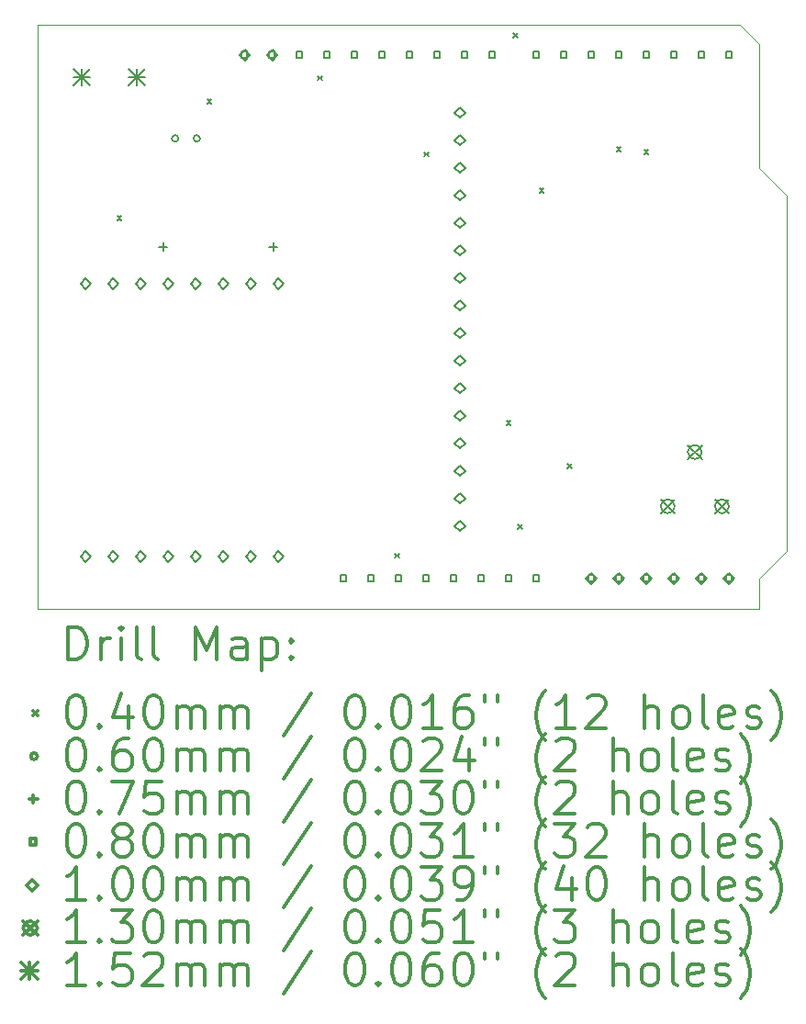
<source format=gbr>
%FSLAX45Y45*%
G04 Gerber Fmt 4.5, Leading zero omitted, Abs format (unit mm)*
G04 Created by KiCad (PCBNEW (5.1.7)-1) date 2021-01-26 00:26:25*
%MOMM*%
%LPD*%
G01*
G04 APERTURE LIST*
%TA.AperFunction,Profile*%
%ADD10C,0.050000*%
%TD*%
%ADD11C,0.200000*%
%ADD12C,0.300000*%
G04 APERTURE END LIST*
D10*
X11264900Y-11722100D02*
X11264900Y-6337300D01*
X17919700Y-11722100D02*
X11264900Y-11722100D01*
X17919700Y-11442700D02*
X17919700Y-11722100D01*
X18173700Y-11188700D02*
X17919700Y-11442700D01*
X18173700Y-7912100D02*
X18173700Y-11188700D01*
X17919700Y-7658100D02*
X18173700Y-7912100D01*
X17919700Y-6515100D02*
X17919700Y-7658100D01*
X17741900Y-6337300D02*
X17919700Y-6515100D01*
X11264900Y-6337300D02*
X17741900Y-6337300D01*
D11*
X11999280Y-8100380D02*
X12039280Y-8140380D01*
X12039280Y-8100380D02*
X11999280Y-8140380D01*
X12829860Y-7025960D02*
X12869860Y-7065960D01*
X12869860Y-7025960D02*
X12829860Y-7065960D01*
X13850940Y-6810060D02*
X13890940Y-6850060D01*
X13890940Y-6810060D02*
X13850940Y-6850060D01*
X14562140Y-11211880D02*
X14602140Y-11251880D01*
X14602140Y-11211880D02*
X14562140Y-11251880D01*
X14831380Y-7513640D02*
X14871380Y-7553640D01*
X14871380Y-7513640D02*
X14831380Y-7553640D01*
X15588300Y-9990140D02*
X15628300Y-10030140D01*
X15628300Y-9990140D02*
X15588300Y-10030140D01*
X15651800Y-6418900D02*
X15691800Y-6458900D01*
X15691800Y-6418900D02*
X15651800Y-6458900D01*
X15694980Y-10945180D02*
X15734980Y-10985180D01*
X15734980Y-10945180D02*
X15694980Y-10985180D01*
X15893100Y-7848920D02*
X15933100Y-7888920D01*
X15933100Y-7848920D02*
X15893100Y-7888920D01*
X16150500Y-10384700D02*
X16190500Y-10424700D01*
X16190500Y-10384700D02*
X16150500Y-10424700D01*
X16604300Y-7467920D02*
X16644300Y-7507920D01*
X16644300Y-7467920D02*
X16604300Y-7507920D01*
X16858300Y-7490780D02*
X16898300Y-7530780D01*
X16898300Y-7490780D02*
X16858300Y-7530780D01*
X12563020Y-7386320D02*
G75*
G03*
X12563020Y-7386320I-30000J0D01*
G01*
X12763020Y-7386320D02*
G75*
G03*
X12763020Y-7386320I-30000J0D01*
G01*
X12423140Y-8347040D02*
X12423140Y-8422040D01*
X12385640Y-8384540D02*
X12460640Y-8384540D01*
X13439140Y-8347040D02*
X13439140Y-8422040D01*
X13401640Y-8384540D02*
X13476640Y-8384540D01*
X13198584Y-6644984D02*
X13198584Y-6588415D01*
X13142015Y-6588415D01*
X13142015Y-6644984D01*
X13198584Y-6644984D01*
X13452584Y-6644984D02*
X13452584Y-6588415D01*
X13396015Y-6588415D01*
X13396015Y-6644984D01*
X13452584Y-6644984D01*
X13706584Y-6644984D02*
X13706584Y-6588415D01*
X13650015Y-6588415D01*
X13650015Y-6644984D01*
X13706584Y-6644984D01*
X13960584Y-6644984D02*
X13960584Y-6588415D01*
X13904015Y-6588415D01*
X13904015Y-6644984D01*
X13960584Y-6644984D01*
X14112584Y-11470984D02*
X14112584Y-11414415D01*
X14056015Y-11414415D01*
X14056015Y-11470984D01*
X14112584Y-11470984D01*
X14214584Y-6644984D02*
X14214584Y-6588415D01*
X14158015Y-6588415D01*
X14158015Y-6644984D01*
X14214584Y-6644984D01*
X14366584Y-11470984D02*
X14366584Y-11414415D01*
X14310015Y-11414415D01*
X14310015Y-11470984D01*
X14366584Y-11470984D01*
X14468584Y-6644984D02*
X14468584Y-6588415D01*
X14412015Y-6588415D01*
X14412015Y-6644984D01*
X14468584Y-6644984D01*
X14620584Y-11470984D02*
X14620584Y-11414415D01*
X14564015Y-11414415D01*
X14564015Y-11470984D01*
X14620584Y-11470984D01*
X14722584Y-6644984D02*
X14722584Y-6588415D01*
X14666015Y-6588415D01*
X14666015Y-6644984D01*
X14722584Y-6644984D01*
X14874584Y-11470984D02*
X14874584Y-11414415D01*
X14818015Y-11414415D01*
X14818015Y-11470984D01*
X14874584Y-11470984D01*
X14976584Y-6644984D02*
X14976584Y-6588415D01*
X14920015Y-6588415D01*
X14920015Y-6644984D01*
X14976584Y-6644984D01*
X15128584Y-11470984D02*
X15128584Y-11414415D01*
X15072015Y-11414415D01*
X15072015Y-11470984D01*
X15128584Y-11470984D01*
X15230584Y-6644984D02*
X15230584Y-6588415D01*
X15174015Y-6588415D01*
X15174015Y-6644984D01*
X15230584Y-6644984D01*
X15382584Y-11470984D02*
X15382584Y-11414415D01*
X15326015Y-11414415D01*
X15326015Y-11470984D01*
X15382584Y-11470984D01*
X15484584Y-6644984D02*
X15484584Y-6588415D01*
X15428015Y-6588415D01*
X15428015Y-6644984D01*
X15484584Y-6644984D01*
X15636584Y-11470984D02*
X15636584Y-11414415D01*
X15580015Y-11414415D01*
X15580015Y-11470984D01*
X15636584Y-11470984D01*
X15890584Y-6644984D02*
X15890584Y-6588415D01*
X15834015Y-6588415D01*
X15834015Y-6644984D01*
X15890584Y-6644984D01*
X15890584Y-11470984D02*
X15890584Y-11414415D01*
X15834015Y-11414415D01*
X15834015Y-11470984D01*
X15890584Y-11470984D01*
X16144584Y-6644984D02*
X16144584Y-6588415D01*
X16088015Y-6588415D01*
X16088015Y-6644984D01*
X16144584Y-6644984D01*
X16398584Y-6644984D02*
X16398584Y-6588415D01*
X16342015Y-6588415D01*
X16342015Y-6644984D01*
X16398584Y-6644984D01*
X16398584Y-11470984D02*
X16398584Y-11414415D01*
X16342015Y-11414415D01*
X16342015Y-11470984D01*
X16398584Y-11470984D01*
X16652584Y-6644984D02*
X16652584Y-6588415D01*
X16596015Y-6588415D01*
X16596015Y-6644984D01*
X16652584Y-6644984D01*
X16652584Y-11470984D02*
X16652584Y-11414415D01*
X16596015Y-11414415D01*
X16596015Y-11470984D01*
X16652584Y-11470984D01*
X16906585Y-6644984D02*
X16906585Y-6588415D01*
X16850016Y-6588415D01*
X16850016Y-6644984D01*
X16906585Y-6644984D01*
X16906585Y-11470984D02*
X16906585Y-11414415D01*
X16850016Y-11414415D01*
X16850016Y-11470984D01*
X16906585Y-11470984D01*
X17160585Y-6644984D02*
X17160585Y-6588415D01*
X17104016Y-6588415D01*
X17104016Y-6644984D01*
X17160585Y-6644984D01*
X17160585Y-11470984D02*
X17160585Y-11414415D01*
X17104016Y-11414415D01*
X17104016Y-11470984D01*
X17160585Y-11470984D01*
X17414585Y-6644984D02*
X17414585Y-6588415D01*
X17358016Y-6588415D01*
X17358016Y-6644984D01*
X17414585Y-6644984D01*
X17414585Y-11470984D02*
X17414585Y-11414415D01*
X17358016Y-11414415D01*
X17358016Y-11470984D01*
X17414585Y-11470984D01*
X17668585Y-6644984D02*
X17668585Y-6588415D01*
X17612016Y-6588415D01*
X17612016Y-6644984D01*
X17668585Y-6644984D01*
X17668585Y-11470984D02*
X17668585Y-11414415D01*
X17612016Y-11414415D01*
X17612016Y-11470984D01*
X17668585Y-11470984D01*
X11709400Y-8774900D02*
X11759400Y-8724900D01*
X11709400Y-8674900D01*
X11659400Y-8724900D01*
X11709400Y-8774900D01*
X11963400Y-8774900D02*
X12013400Y-8724900D01*
X11963400Y-8674900D01*
X11913400Y-8724900D01*
X11963400Y-8774900D01*
X12217400Y-8774900D02*
X12267400Y-8724900D01*
X12217400Y-8674900D01*
X12167400Y-8724900D01*
X12217400Y-8774900D01*
X12471400Y-8774900D02*
X12521400Y-8724900D01*
X12471400Y-8674900D01*
X12421400Y-8724900D01*
X12471400Y-8774900D01*
X12725400Y-8774900D02*
X12775400Y-8724900D01*
X12725400Y-8674900D01*
X12675400Y-8724900D01*
X12725400Y-8774900D01*
X12979400Y-8774900D02*
X13029400Y-8724900D01*
X12979400Y-8674900D01*
X12929400Y-8724900D01*
X12979400Y-8774900D01*
X13233400Y-8774900D02*
X13283400Y-8724900D01*
X13233400Y-8674900D01*
X13183400Y-8724900D01*
X13233400Y-8774900D01*
X13487400Y-8774900D02*
X13537400Y-8724900D01*
X13487400Y-8674900D01*
X13437400Y-8724900D01*
X13487400Y-8774900D01*
X13174980Y-6669240D02*
X13224980Y-6619240D01*
X13174980Y-6569240D01*
X13124980Y-6619240D01*
X13174980Y-6669240D01*
X13428980Y-6669240D02*
X13478980Y-6619240D01*
X13428980Y-6569240D01*
X13378980Y-6619240D01*
X13428980Y-6669240D01*
X16370300Y-11495240D02*
X16420300Y-11445240D01*
X16370300Y-11395240D01*
X16320300Y-11445240D01*
X16370300Y-11495240D01*
X16624300Y-11495240D02*
X16674300Y-11445240D01*
X16624300Y-11395240D01*
X16574300Y-11445240D01*
X16624300Y-11495240D01*
X16878300Y-11495240D02*
X16928300Y-11445240D01*
X16878300Y-11395240D01*
X16828300Y-11445240D01*
X16878300Y-11495240D01*
X17132300Y-11495240D02*
X17182300Y-11445240D01*
X17132300Y-11395240D01*
X17082300Y-11445240D01*
X17132300Y-11495240D01*
X17386300Y-11495240D02*
X17436300Y-11445240D01*
X17386300Y-11395240D01*
X17336300Y-11445240D01*
X17386300Y-11495240D01*
X17640300Y-11495240D02*
X17690300Y-11445240D01*
X17640300Y-11395240D01*
X17590300Y-11445240D01*
X17640300Y-11495240D01*
X11709400Y-11289500D02*
X11759400Y-11239500D01*
X11709400Y-11189500D01*
X11659400Y-11239500D01*
X11709400Y-11289500D01*
X11963400Y-11289500D02*
X12013400Y-11239500D01*
X11963400Y-11189500D01*
X11913400Y-11239500D01*
X11963400Y-11289500D01*
X12217400Y-11289500D02*
X12267400Y-11239500D01*
X12217400Y-11189500D01*
X12167400Y-11239500D01*
X12217400Y-11289500D01*
X12471400Y-11289500D02*
X12521400Y-11239500D01*
X12471400Y-11189500D01*
X12421400Y-11239500D01*
X12471400Y-11289500D01*
X12725400Y-11289500D02*
X12775400Y-11239500D01*
X12725400Y-11189500D01*
X12675400Y-11239500D01*
X12725400Y-11289500D01*
X12979400Y-11289500D02*
X13029400Y-11239500D01*
X12979400Y-11189500D01*
X12929400Y-11239500D01*
X12979400Y-11289500D01*
X13233400Y-11289500D02*
X13283400Y-11239500D01*
X13233400Y-11189500D01*
X13183400Y-11239500D01*
X13233400Y-11289500D01*
X13487400Y-11289500D02*
X13537400Y-11239500D01*
X13487400Y-11189500D01*
X13437400Y-11239500D01*
X13487400Y-11289500D01*
X15158720Y-7197560D02*
X15208720Y-7147560D01*
X15158720Y-7097560D01*
X15108720Y-7147560D01*
X15158720Y-7197560D01*
X15158720Y-7451560D02*
X15208720Y-7401560D01*
X15158720Y-7351560D01*
X15108720Y-7401560D01*
X15158720Y-7451560D01*
X15158720Y-7705560D02*
X15208720Y-7655560D01*
X15158720Y-7605560D01*
X15108720Y-7655560D01*
X15158720Y-7705560D01*
X15158720Y-7959560D02*
X15208720Y-7909560D01*
X15158720Y-7859560D01*
X15108720Y-7909560D01*
X15158720Y-7959560D01*
X15158720Y-8213560D02*
X15208720Y-8163560D01*
X15158720Y-8113560D01*
X15108720Y-8163560D01*
X15158720Y-8213560D01*
X15158720Y-8467560D02*
X15208720Y-8417560D01*
X15158720Y-8367560D01*
X15108720Y-8417560D01*
X15158720Y-8467560D01*
X15158720Y-8721560D02*
X15208720Y-8671560D01*
X15158720Y-8621560D01*
X15108720Y-8671560D01*
X15158720Y-8721560D01*
X15158720Y-8975560D02*
X15208720Y-8925560D01*
X15158720Y-8875560D01*
X15108720Y-8925560D01*
X15158720Y-8975560D01*
X15158720Y-9229560D02*
X15208720Y-9179560D01*
X15158720Y-9129560D01*
X15108720Y-9179560D01*
X15158720Y-9229560D01*
X15158720Y-9483560D02*
X15208720Y-9433560D01*
X15158720Y-9383560D01*
X15108720Y-9433560D01*
X15158720Y-9483560D01*
X15158720Y-9737560D02*
X15208720Y-9687560D01*
X15158720Y-9637560D01*
X15108720Y-9687560D01*
X15158720Y-9737560D01*
X15158720Y-9991560D02*
X15208720Y-9941560D01*
X15158720Y-9891560D01*
X15108720Y-9941560D01*
X15158720Y-9991560D01*
X15158720Y-10245560D02*
X15208720Y-10195560D01*
X15158720Y-10145560D01*
X15108720Y-10195560D01*
X15158720Y-10245560D01*
X15158720Y-10499560D02*
X15208720Y-10449560D01*
X15158720Y-10399560D01*
X15108720Y-10449560D01*
X15158720Y-10499560D01*
X15158720Y-10753560D02*
X15208720Y-10703560D01*
X15158720Y-10653560D01*
X15108720Y-10703560D01*
X15158720Y-10753560D01*
X15158720Y-11007560D02*
X15208720Y-10957560D01*
X15158720Y-10907560D01*
X15108720Y-10957560D01*
X15158720Y-11007560D01*
X17011420Y-10712220D02*
X17141420Y-10842220D01*
X17141420Y-10712220D02*
X17011420Y-10842220D01*
X17141420Y-10777220D02*
G75*
G03*
X17141420Y-10777220I-65000J0D01*
G01*
X17261420Y-10212220D02*
X17391420Y-10342220D01*
X17391420Y-10212220D02*
X17261420Y-10342220D01*
X17391420Y-10277220D02*
G75*
G03*
X17391420Y-10277220I-65000J0D01*
G01*
X17511420Y-10712220D02*
X17641420Y-10842220D01*
X17641420Y-10712220D02*
X17511420Y-10842220D01*
X17641420Y-10777220D02*
G75*
G03*
X17641420Y-10777220I-65000J0D01*
G01*
X11595300Y-6746440D02*
X11747300Y-6898440D01*
X11747300Y-6746440D02*
X11595300Y-6898440D01*
X11671300Y-6746440D02*
X11671300Y-6898440D01*
X11595300Y-6822440D02*
X11747300Y-6822440D01*
X12103300Y-6746440D02*
X12255300Y-6898440D01*
X12255300Y-6746440D02*
X12103300Y-6898440D01*
X12179300Y-6746440D02*
X12179300Y-6898440D01*
X12103300Y-6822440D02*
X12255300Y-6822440D01*
D12*
X11548828Y-12190314D02*
X11548828Y-11890314D01*
X11620257Y-11890314D01*
X11663114Y-11904600D01*
X11691686Y-11933171D01*
X11705971Y-11961743D01*
X11720257Y-12018886D01*
X11720257Y-12061743D01*
X11705971Y-12118886D01*
X11691686Y-12147457D01*
X11663114Y-12176029D01*
X11620257Y-12190314D01*
X11548828Y-12190314D01*
X11848828Y-12190314D02*
X11848828Y-11990314D01*
X11848828Y-12047457D02*
X11863114Y-12018886D01*
X11877400Y-12004600D01*
X11905971Y-11990314D01*
X11934543Y-11990314D01*
X12034543Y-12190314D02*
X12034543Y-11990314D01*
X12034543Y-11890314D02*
X12020257Y-11904600D01*
X12034543Y-11918886D01*
X12048828Y-11904600D01*
X12034543Y-11890314D01*
X12034543Y-11918886D01*
X12220257Y-12190314D02*
X12191686Y-12176029D01*
X12177400Y-12147457D01*
X12177400Y-11890314D01*
X12377400Y-12190314D02*
X12348828Y-12176029D01*
X12334543Y-12147457D01*
X12334543Y-11890314D01*
X12720257Y-12190314D02*
X12720257Y-11890314D01*
X12820257Y-12104600D01*
X12920257Y-11890314D01*
X12920257Y-12190314D01*
X13191686Y-12190314D02*
X13191686Y-12033171D01*
X13177400Y-12004600D01*
X13148828Y-11990314D01*
X13091686Y-11990314D01*
X13063114Y-12004600D01*
X13191686Y-12176029D02*
X13163114Y-12190314D01*
X13091686Y-12190314D01*
X13063114Y-12176029D01*
X13048828Y-12147457D01*
X13048828Y-12118886D01*
X13063114Y-12090314D01*
X13091686Y-12076029D01*
X13163114Y-12076029D01*
X13191686Y-12061743D01*
X13334543Y-11990314D02*
X13334543Y-12290314D01*
X13334543Y-12004600D02*
X13363114Y-11990314D01*
X13420257Y-11990314D01*
X13448828Y-12004600D01*
X13463114Y-12018886D01*
X13477400Y-12047457D01*
X13477400Y-12133171D01*
X13463114Y-12161743D01*
X13448828Y-12176029D01*
X13420257Y-12190314D01*
X13363114Y-12190314D01*
X13334543Y-12176029D01*
X13605971Y-12161743D02*
X13620257Y-12176029D01*
X13605971Y-12190314D01*
X13591686Y-12176029D01*
X13605971Y-12161743D01*
X13605971Y-12190314D01*
X13605971Y-12004600D02*
X13620257Y-12018886D01*
X13605971Y-12033171D01*
X13591686Y-12018886D01*
X13605971Y-12004600D01*
X13605971Y-12033171D01*
X11222400Y-12664600D02*
X11262400Y-12704600D01*
X11262400Y-12664600D02*
X11222400Y-12704600D01*
X11605971Y-12520314D02*
X11634543Y-12520314D01*
X11663114Y-12534600D01*
X11677400Y-12548886D01*
X11691686Y-12577457D01*
X11705971Y-12634600D01*
X11705971Y-12706029D01*
X11691686Y-12763171D01*
X11677400Y-12791743D01*
X11663114Y-12806029D01*
X11634543Y-12820314D01*
X11605971Y-12820314D01*
X11577400Y-12806029D01*
X11563114Y-12791743D01*
X11548828Y-12763171D01*
X11534543Y-12706029D01*
X11534543Y-12634600D01*
X11548828Y-12577457D01*
X11563114Y-12548886D01*
X11577400Y-12534600D01*
X11605971Y-12520314D01*
X11834543Y-12791743D02*
X11848828Y-12806029D01*
X11834543Y-12820314D01*
X11820257Y-12806029D01*
X11834543Y-12791743D01*
X11834543Y-12820314D01*
X12105971Y-12620314D02*
X12105971Y-12820314D01*
X12034543Y-12506029D02*
X11963114Y-12720314D01*
X12148828Y-12720314D01*
X12320257Y-12520314D02*
X12348828Y-12520314D01*
X12377400Y-12534600D01*
X12391686Y-12548886D01*
X12405971Y-12577457D01*
X12420257Y-12634600D01*
X12420257Y-12706029D01*
X12405971Y-12763171D01*
X12391686Y-12791743D01*
X12377400Y-12806029D01*
X12348828Y-12820314D01*
X12320257Y-12820314D01*
X12291686Y-12806029D01*
X12277400Y-12791743D01*
X12263114Y-12763171D01*
X12248828Y-12706029D01*
X12248828Y-12634600D01*
X12263114Y-12577457D01*
X12277400Y-12548886D01*
X12291686Y-12534600D01*
X12320257Y-12520314D01*
X12548828Y-12820314D02*
X12548828Y-12620314D01*
X12548828Y-12648886D02*
X12563114Y-12634600D01*
X12591686Y-12620314D01*
X12634543Y-12620314D01*
X12663114Y-12634600D01*
X12677400Y-12663171D01*
X12677400Y-12820314D01*
X12677400Y-12663171D02*
X12691686Y-12634600D01*
X12720257Y-12620314D01*
X12763114Y-12620314D01*
X12791686Y-12634600D01*
X12805971Y-12663171D01*
X12805971Y-12820314D01*
X12948828Y-12820314D02*
X12948828Y-12620314D01*
X12948828Y-12648886D02*
X12963114Y-12634600D01*
X12991686Y-12620314D01*
X13034543Y-12620314D01*
X13063114Y-12634600D01*
X13077400Y-12663171D01*
X13077400Y-12820314D01*
X13077400Y-12663171D02*
X13091686Y-12634600D01*
X13120257Y-12620314D01*
X13163114Y-12620314D01*
X13191686Y-12634600D01*
X13205971Y-12663171D01*
X13205971Y-12820314D01*
X13791686Y-12506029D02*
X13534543Y-12891743D01*
X14177400Y-12520314D02*
X14205971Y-12520314D01*
X14234543Y-12534600D01*
X14248828Y-12548886D01*
X14263114Y-12577457D01*
X14277400Y-12634600D01*
X14277400Y-12706029D01*
X14263114Y-12763171D01*
X14248828Y-12791743D01*
X14234543Y-12806029D01*
X14205971Y-12820314D01*
X14177400Y-12820314D01*
X14148828Y-12806029D01*
X14134543Y-12791743D01*
X14120257Y-12763171D01*
X14105971Y-12706029D01*
X14105971Y-12634600D01*
X14120257Y-12577457D01*
X14134543Y-12548886D01*
X14148828Y-12534600D01*
X14177400Y-12520314D01*
X14405971Y-12791743D02*
X14420257Y-12806029D01*
X14405971Y-12820314D01*
X14391686Y-12806029D01*
X14405971Y-12791743D01*
X14405971Y-12820314D01*
X14605971Y-12520314D02*
X14634543Y-12520314D01*
X14663114Y-12534600D01*
X14677400Y-12548886D01*
X14691686Y-12577457D01*
X14705971Y-12634600D01*
X14705971Y-12706029D01*
X14691686Y-12763171D01*
X14677400Y-12791743D01*
X14663114Y-12806029D01*
X14634543Y-12820314D01*
X14605971Y-12820314D01*
X14577400Y-12806029D01*
X14563114Y-12791743D01*
X14548828Y-12763171D01*
X14534543Y-12706029D01*
X14534543Y-12634600D01*
X14548828Y-12577457D01*
X14563114Y-12548886D01*
X14577400Y-12534600D01*
X14605971Y-12520314D01*
X14991686Y-12820314D02*
X14820257Y-12820314D01*
X14905971Y-12820314D02*
X14905971Y-12520314D01*
X14877400Y-12563171D01*
X14848828Y-12591743D01*
X14820257Y-12606029D01*
X15248828Y-12520314D02*
X15191686Y-12520314D01*
X15163114Y-12534600D01*
X15148828Y-12548886D01*
X15120257Y-12591743D01*
X15105971Y-12648886D01*
X15105971Y-12763171D01*
X15120257Y-12791743D01*
X15134543Y-12806029D01*
X15163114Y-12820314D01*
X15220257Y-12820314D01*
X15248828Y-12806029D01*
X15263114Y-12791743D01*
X15277400Y-12763171D01*
X15277400Y-12691743D01*
X15263114Y-12663171D01*
X15248828Y-12648886D01*
X15220257Y-12634600D01*
X15163114Y-12634600D01*
X15134543Y-12648886D01*
X15120257Y-12663171D01*
X15105971Y-12691743D01*
X15391686Y-12520314D02*
X15391686Y-12577457D01*
X15505971Y-12520314D02*
X15505971Y-12577457D01*
X15948828Y-12934600D02*
X15934543Y-12920314D01*
X15905971Y-12877457D01*
X15891686Y-12848886D01*
X15877400Y-12806029D01*
X15863114Y-12734600D01*
X15863114Y-12677457D01*
X15877400Y-12606029D01*
X15891686Y-12563171D01*
X15905971Y-12534600D01*
X15934543Y-12491743D01*
X15948828Y-12477457D01*
X16220257Y-12820314D02*
X16048828Y-12820314D01*
X16134543Y-12820314D02*
X16134543Y-12520314D01*
X16105971Y-12563171D01*
X16077400Y-12591743D01*
X16048828Y-12606029D01*
X16334543Y-12548886D02*
X16348828Y-12534600D01*
X16377400Y-12520314D01*
X16448828Y-12520314D01*
X16477400Y-12534600D01*
X16491686Y-12548886D01*
X16505971Y-12577457D01*
X16505971Y-12606029D01*
X16491686Y-12648886D01*
X16320257Y-12820314D01*
X16505971Y-12820314D01*
X16863114Y-12820314D02*
X16863114Y-12520314D01*
X16991686Y-12820314D02*
X16991686Y-12663171D01*
X16977400Y-12634600D01*
X16948828Y-12620314D01*
X16905971Y-12620314D01*
X16877400Y-12634600D01*
X16863114Y-12648886D01*
X17177400Y-12820314D02*
X17148828Y-12806029D01*
X17134543Y-12791743D01*
X17120257Y-12763171D01*
X17120257Y-12677457D01*
X17134543Y-12648886D01*
X17148828Y-12634600D01*
X17177400Y-12620314D01*
X17220257Y-12620314D01*
X17248828Y-12634600D01*
X17263114Y-12648886D01*
X17277400Y-12677457D01*
X17277400Y-12763171D01*
X17263114Y-12791743D01*
X17248828Y-12806029D01*
X17220257Y-12820314D01*
X17177400Y-12820314D01*
X17448828Y-12820314D02*
X17420257Y-12806029D01*
X17405971Y-12777457D01*
X17405971Y-12520314D01*
X17677400Y-12806029D02*
X17648828Y-12820314D01*
X17591686Y-12820314D01*
X17563114Y-12806029D01*
X17548828Y-12777457D01*
X17548828Y-12663171D01*
X17563114Y-12634600D01*
X17591686Y-12620314D01*
X17648828Y-12620314D01*
X17677400Y-12634600D01*
X17691686Y-12663171D01*
X17691686Y-12691743D01*
X17548828Y-12720314D01*
X17805971Y-12806029D02*
X17834543Y-12820314D01*
X17891686Y-12820314D01*
X17920257Y-12806029D01*
X17934543Y-12777457D01*
X17934543Y-12763171D01*
X17920257Y-12734600D01*
X17891686Y-12720314D01*
X17848828Y-12720314D01*
X17820257Y-12706029D01*
X17805971Y-12677457D01*
X17805971Y-12663171D01*
X17820257Y-12634600D01*
X17848828Y-12620314D01*
X17891686Y-12620314D01*
X17920257Y-12634600D01*
X18034543Y-12934600D02*
X18048828Y-12920314D01*
X18077400Y-12877457D01*
X18091686Y-12848886D01*
X18105971Y-12806029D01*
X18120257Y-12734600D01*
X18120257Y-12677457D01*
X18105971Y-12606029D01*
X18091686Y-12563171D01*
X18077400Y-12534600D01*
X18048828Y-12491743D01*
X18034543Y-12477457D01*
X11262400Y-13080600D02*
G75*
G03*
X11262400Y-13080600I-30000J0D01*
G01*
X11605971Y-12916314D02*
X11634543Y-12916314D01*
X11663114Y-12930600D01*
X11677400Y-12944886D01*
X11691686Y-12973457D01*
X11705971Y-13030600D01*
X11705971Y-13102029D01*
X11691686Y-13159171D01*
X11677400Y-13187743D01*
X11663114Y-13202029D01*
X11634543Y-13216314D01*
X11605971Y-13216314D01*
X11577400Y-13202029D01*
X11563114Y-13187743D01*
X11548828Y-13159171D01*
X11534543Y-13102029D01*
X11534543Y-13030600D01*
X11548828Y-12973457D01*
X11563114Y-12944886D01*
X11577400Y-12930600D01*
X11605971Y-12916314D01*
X11834543Y-13187743D02*
X11848828Y-13202029D01*
X11834543Y-13216314D01*
X11820257Y-13202029D01*
X11834543Y-13187743D01*
X11834543Y-13216314D01*
X12105971Y-12916314D02*
X12048828Y-12916314D01*
X12020257Y-12930600D01*
X12005971Y-12944886D01*
X11977400Y-12987743D01*
X11963114Y-13044886D01*
X11963114Y-13159171D01*
X11977400Y-13187743D01*
X11991686Y-13202029D01*
X12020257Y-13216314D01*
X12077400Y-13216314D01*
X12105971Y-13202029D01*
X12120257Y-13187743D01*
X12134543Y-13159171D01*
X12134543Y-13087743D01*
X12120257Y-13059171D01*
X12105971Y-13044886D01*
X12077400Y-13030600D01*
X12020257Y-13030600D01*
X11991686Y-13044886D01*
X11977400Y-13059171D01*
X11963114Y-13087743D01*
X12320257Y-12916314D02*
X12348828Y-12916314D01*
X12377400Y-12930600D01*
X12391686Y-12944886D01*
X12405971Y-12973457D01*
X12420257Y-13030600D01*
X12420257Y-13102029D01*
X12405971Y-13159171D01*
X12391686Y-13187743D01*
X12377400Y-13202029D01*
X12348828Y-13216314D01*
X12320257Y-13216314D01*
X12291686Y-13202029D01*
X12277400Y-13187743D01*
X12263114Y-13159171D01*
X12248828Y-13102029D01*
X12248828Y-13030600D01*
X12263114Y-12973457D01*
X12277400Y-12944886D01*
X12291686Y-12930600D01*
X12320257Y-12916314D01*
X12548828Y-13216314D02*
X12548828Y-13016314D01*
X12548828Y-13044886D02*
X12563114Y-13030600D01*
X12591686Y-13016314D01*
X12634543Y-13016314D01*
X12663114Y-13030600D01*
X12677400Y-13059171D01*
X12677400Y-13216314D01*
X12677400Y-13059171D02*
X12691686Y-13030600D01*
X12720257Y-13016314D01*
X12763114Y-13016314D01*
X12791686Y-13030600D01*
X12805971Y-13059171D01*
X12805971Y-13216314D01*
X12948828Y-13216314D02*
X12948828Y-13016314D01*
X12948828Y-13044886D02*
X12963114Y-13030600D01*
X12991686Y-13016314D01*
X13034543Y-13016314D01*
X13063114Y-13030600D01*
X13077400Y-13059171D01*
X13077400Y-13216314D01*
X13077400Y-13059171D02*
X13091686Y-13030600D01*
X13120257Y-13016314D01*
X13163114Y-13016314D01*
X13191686Y-13030600D01*
X13205971Y-13059171D01*
X13205971Y-13216314D01*
X13791686Y-12902029D02*
X13534543Y-13287743D01*
X14177400Y-12916314D02*
X14205971Y-12916314D01*
X14234543Y-12930600D01*
X14248828Y-12944886D01*
X14263114Y-12973457D01*
X14277400Y-13030600D01*
X14277400Y-13102029D01*
X14263114Y-13159171D01*
X14248828Y-13187743D01*
X14234543Y-13202029D01*
X14205971Y-13216314D01*
X14177400Y-13216314D01*
X14148828Y-13202029D01*
X14134543Y-13187743D01*
X14120257Y-13159171D01*
X14105971Y-13102029D01*
X14105971Y-13030600D01*
X14120257Y-12973457D01*
X14134543Y-12944886D01*
X14148828Y-12930600D01*
X14177400Y-12916314D01*
X14405971Y-13187743D02*
X14420257Y-13202029D01*
X14405971Y-13216314D01*
X14391686Y-13202029D01*
X14405971Y-13187743D01*
X14405971Y-13216314D01*
X14605971Y-12916314D02*
X14634543Y-12916314D01*
X14663114Y-12930600D01*
X14677400Y-12944886D01*
X14691686Y-12973457D01*
X14705971Y-13030600D01*
X14705971Y-13102029D01*
X14691686Y-13159171D01*
X14677400Y-13187743D01*
X14663114Y-13202029D01*
X14634543Y-13216314D01*
X14605971Y-13216314D01*
X14577400Y-13202029D01*
X14563114Y-13187743D01*
X14548828Y-13159171D01*
X14534543Y-13102029D01*
X14534543Y-13030600D01*
X14548828Y-12973457D01*
X14563114Y-12944886D01*
X14577400Y-12930600D01*
X14605971Y-12916314D01*
X14820257Y-12944886D02*
X14834543Y-12930600D01*
X14863114Y-12916314D01*
X14934543Y-12916314D01*
X14963114Y-12930600D01*
X14977400Y-12944886D01*
X14991686Y-12973457D01*
X14991686Y-13002029D01*
X14977400Y-13044886D01*
X14805971Y-13216314D01*
X14991686Y-13216314D01*
X15248828Y-13016314D02*
X15248828Y-13216314D01*
X15177400Y-12902029D02*
X15105971Y-13116314D01*
X15291686Y-13116314D01*
X15391686Y-12916314D02*
X15391686Y-12973457D01*
X15505971Y-12916314D02*
X15505971Y-12973457D01*
X15948828Y-13330600D02*
X15934543Y-13316314D01*
X15905971Y-13273457D01*
X15891686Y-13244886D01*
X15877400Y-13202029D01*
X15863114Y-13130600D01*
X15863114Y-13073457D01*
X15877400Y-13002029D01*
X15891686Y-12959171D01*
X15905971Y-12930600D01*
X15934543Y-12887743D01*
X15948828Y-12873457D01*
X16048828Y-12944886D02*
X16063114Y-12930600D01*
X16091686Y-12916314D01*
X16163114Y-12916314D01*
X16191686Y-12930600D01*
X16205971Y-12944886D01*
X16220257Y-12973457D01*
X16220257Y-13002029D01*
X16205971Y-13044886D01*
X16034543Y-13216314D01*
X16220257Y-13216314D01*
X16577400Y-13216314D02*
X16577400Y-12916314D01*
X16705971Y-13216314D02*
X16705971Y-13059171D01*
X16691686Y-13030600D01*
X16663114Y-13016314D01*
X16620257Y-13016314D01*
X16591686Y-13030600D01*
X16577400Y-13044886D01*
X16891686Y-13216314D02*
X16863114Y-13202029D01*
X16848828Y-13187743D01*
X16834543Y-13159171D01*
X16834543Y-13073457D01*
X16848828Y-13044886D01*
X16863114Y-13030600D01*
X16891686Y-13016314D01*
X16934543Y-13016314D01*
X16963114Y-13030600D01*
X16977400Y-13044886D01*
X16991686Y-13073457D01*
X16991686Y-13159171D01*
X16977400Y-13187743D01*
X16963114Y-13202029D01*
X16934543Y-13216314D01*
X16891686Y-13216314D01*
X17163114Y-13216314D02*
X17134543Y-13202029D01*
X17120257Y-13173457D01*
X17120257Y-12916314D01*
X17391686Y-13202029D02*
X17363114Y-13216314D01*
X17305971Y-13216314D01*
X17277400Y-13202029D01*
X17263114Y-13173457D01*
X17263114Y-13059171D01*
X17277400Y-13030600D01*
X17305971Y-13016314D01*
X17363114Y-13016314D01*
X17391686Y-13030600D01*
X17405971Y-13059171D01*
X17405971Y-13087743D01*
X17263114Y-13116314D01*
X17520257Y-13202029D02*
X17548828Y-13216314D01*
X17605971Y-13216314D01*
X17634543Y-13202029D01*
X17648828Y-13173457D01*
X17648828Y-13159171D01*
X17634543Y-13130600D01*
X17605971Y-13116314D01*
X17563114Y-13116314D01*
X17534543Y-13102029D01*
X17520257Y-13073457D01*
X17520257Y-13059171D01*
X17534543Y-13030600D01*
X17563114Y-13016314D01*
X17605971Y-13016314D01*
X17634543Y-13030600D01*
X17748828Y-13330600D02*
X17763114Y-13316314D01*
X17791686Y-13273457D01*
X17805971Y-13244886D01*
X17820257Y-13202029D01*
X17834543Y-13130600D01*
X17834543Y-13073457D01*
X17820257Y-13002029D01*
X17805971Y-12959171D01*
X17791686Y-12930600D01*
X17763114Y-12887743D01*
X17748828Y-12873457D01*
X11224900Y-13439100D02*
X11224900Y-13514100D01*
X11187400Y-13476600D02*
X11262400Y-13476600D01*
X11605971Y-13312314D02*
X11634543Y-13312314D01*
X11663114Y-13326600D01*
X11677400Y-13340886D01*
X11691686Y-13369457D01*
X11705971Y-13426600D01*
X11705971Y-13498029D01*
X11691686Y-13555171D01*
X11677400Y-13583743D01*
X11663114Y-13598029D01*
X11634543Y-13612314D01*
X11605971Y-13612314D01*
X11577400Y-13598029D01*
X11563114Y-13583743D01*
X11548828Y-13555171D01*
X11534543Y-13498029D01*
X11534543Y-13426600D01*
X11548828Y-13369457D01*
X11563114Y-13340886D01*
X11577400Y-13326600D01*
X11605971Y-13312314D01*
X11834543Y-13583743D02*
X11848828Y-13598029D01*
X11834543Y-13612314D01*
X11820257Y-13598029D01*
X11834543Y-13583743D01*
X11834543Y-13612314D01*
X11948828Y-13312314D02*
X12148828Y-13312314D01*
X12020257Y-13612314D01*
X12405971Y-13312314D02*
X12263114Y-13312314D01*
X12248828Y-13455171D01*
X12263114Y-13440886D01*
X12291686Y-13426600D01*
X12363114Y-13426600D01*
X12391686Y-13440886D01*
X12405971Y-13455171D01*
X12420257Y-13483743D01*
X12420257Y-13555171D01*
X12405971Y-13583743D01*
X12391686Y-13598029D01*
X12363114Y-13612314D01*
X12291686Y-13612314D01*
X12263114Y-13598029D01*
X12248828Y-13583743D01*
X12548828Y-13612314D02*
X12548828Y-13412314D01*
X12548828Y-13440886D02*
X12563114Y-13426600D01*
X12591686Y-13412314D01*
X12634543Y-13412314D01*
X12663114Y-13426600D01*
X12677400Y-13455171D01*
X12677400Y-13612314D01*
X12677400Y-13455171D02*
X12691686Y-13426600D01*
X12720257Y-13412314D01*
X12763114Y-13412314D01*
X12791686Y-13426600D01*
X12805971Y-13455171D01*
X12805971Y-13612314D01*
X12948828Y-13612314D02*
X12948828Y-13412314D01*
X12948828Y-13440886D02*
X12963114Y-13426600D01*
X12991686Y-13412314D01*
X13034543Y-13412314D01*
X13063114Y-13426600D01*
X13077400Y-13455171D01*
X13077400Y-13612314D01*
X13077400Y-13455171D02*
X13091686Y-13426600D01*
X13120257Y-13412314D01*
X13163114Y-13412314D01*
X13191686Y-13426600D01*
X13205971Y-13455171D01*
X13205971Y-13612314D01*
X13791686Y-13298029D02*
X13534543Y-13683743D01*
X14177400Y-13312314D02*
X14205971Y-13312314D01*
X14234543Y-13326600D01*
X14248828Y-13340886D01*
X14263114Y-13369457D01*
X14277400Y-13426600D01*
X14277400Y-13498029D01*
X14263114Y-13555171D01*
X14248828Y-13583743D01*
X14234543Y-13598029D01*
X14205971Y-13612314D01*
X14177400Y-13612314D01*
X14148828Y-13598029D01*
X14134543Y-13583743D01*
X14120257Y-13555171D01*
X14105971Y-13498029D01*
X14105971Y-13426600D01*
X14120257Y-13369457D01*
X14134543Y-13340886D01*
X14148828Y-13326600D01*
X14177400Y-13312314D01*
X14405971Y-13583743D02*
X14420257Y-13598029D01*
X14405971Y-13612314D01*
X14391686Y-13598029D01*
X14405971Y-13583743D01*
X14405971Y-13612314D01*
X14605971Y-13312314D02*
X14634543Y-13312314D01*
X14663114Y-13326600D01*
X14677400Y-13340886D01*
X14691686Y-13369457D01*
X14705971Y-13426600D01*
X14705971Y-13498029D01*
X14691686Y-13555171D01*
X14677400Y-13583743D01*
X14663114Y-13598029D01*
X14634543Y-13612314D01*
X14605971Y-13612314D01*
X14577400Y-13598029D01*
X14563114Y-13583743D01*
X14548828Y-13555171D01*
X14534543Y-13498029D01*
X14534543Y-13426600D01*
X14548828Y-13369457D01*
X14563114Y-13340886D01*
X14577400Y-13326600D01*
X14605971Y-13312314D01*
X14805971Y-13312314D02*
X14991686Y-13312314D01*
X14891686Y-13426600D01*
X14934543Y-13426600D01*
X14963114Y-13440886D01*
X14977400Y-13455171D01*
X14991686Y-13483743D01*
X14991686Y-13555171D01*
X14977400Y-13583743D01*
X14963114Y-13598029D01*
X14934543Y-13612314D01*
X14848828Y-13612314D01*
X14820257Y-13598029D01*
X14805971Y-13583743D01*
X15177400Y-13312314D02*
X15205971Y-13312314D01*
X15234543Y-13326600D01*
X15248828Y-13340886D01*
X15263114Y-13369457D01*
X15277400Y-13426600D01*
X15277400Y-13498029D01*
X15263114Y-13555171D01*
X15248828Y-13583743D01*
X15234543Y-13598029D01*
X15205971Y-13612314D01*
X15177400Y-13612314D01*
X15148828Y-13598029D01*
X15134543Y-13583743D01*
X15120257Y-13555171D01*
X15105971Y-13498029D01*
X15105971Y-13426600D01*
X15120257Y-13369457D01*
X15134543Y-13340886D01*
X15148828Y-13326600D01*
X15177400Y-13312314D01*
X15391686Y-13312314D02*
X15391686Y-13369457D01*
X15505971Y-13312314D02*
X15505971Y-13369457D01*
X15948828Y-13726600D02*
X15934543Y-13712314D01*
X15905971Y-13669457D01*
X15891686Y-13640886D01*
X15877400Y-13598029D01*
X15863114Y-13526600D01*
X15863114Y-13469457D01*
X15877400Y-13398029D01*
X15891686Y-13355171D01*
X15905971Y-13326600D01*
X15934543Y-13283743D01*
X15948828Y-13269457D01*
X16048828Y-13340886D02*
X16063114Y-13326600D01*
X16091686Y-13312314D01*
X16163114Y-13312314D01*
X16191686Y-13326600D01*
X16205971Y-13340886D01*
X16220257Y-13369457D01*
X16220257Y-13398029D01*
X16205971Y-13440886D01*
X16034543Y-13612314D01*
X16220257Y-13612314D01*
X16577400Y-13612314D02*
X16577400Y-13312314D01*
X16705971Y-13612314D02*
X16705971Y-13455171D01*
X16691686Y-13426600D01*
X16663114Y-13412314D01*
X16620257Y-13412314D01*
X16591686Y-13426600D01*
X16577400Y-13440886D01*
X16891686Y-13612314D02*
X16863114Y-13598029D01*
X16848828Y-13583743D01*
X16834543Y-13555171D01*
X16834543Y-13469457D01*
X16848828Y-13440886D01*
X16863114Y-13426600D01*
X16891686Y-13412314D01*
X16934543Y-13412314D01*
X16963114Y-13426600D01*
X16977400Y-13440886D01*
X16991686Y-13469457D01*
X16991686Y-13555171D01*
X16977400Y-13583743D01*
X16963114Y-13598029D01*
X16934543Y-13612314D01*
X16891686Y-13612314D01*
X17163114Y-13612314D02*
X17134543Y-13598029D01*
X17120257Y-13569457D01*
X17120257Y-13312314D01*
X17391686Y-13598029D02*
X17363114Y-13612314D01*
X17305971Y-13612314D01*
X17277400Y-13598029D01*
X17263114Y-13569457D01*
X17263114Y-13455171D01*
X17277400Y-13426600D01*
X17305971Y-13412314D01*
X17363114Y-13412314D01*
X17391686Y-13426600D01*
X17405971Y-13455171D01*
X17405971Y-13483743D01*
X17263114Y-13512314D01*
X17520257Y-13598029D02*
X17548828Y-13612314D01*
X17605971Y-13612314D01*
X17634543Y-13598029D01*
X17648828Y-13569457D01*
X17648828Y-13555171D01*
X17634543Y-13526600D01*
X17605971Y-13512314D01*
X17563114Y-13512314D01*
X17534543Y-13498029D01*
X17520257Y-13469457D01*
X17520257Y-13455171D01*
X17534543Y-13426600D01*
X17563114Y-13412314D01*
X17605971Y-13412314D01*
X17634543Y-13426600D01*
X17748828Y-13726600D02*
X17763114Y-13712314D01*
X17791686Y-13669457D01*
X17805971Y-13640886D01*
X17820257Y-13598029D01*
X17834543Y-13526600D01*
X17834543Y-13469457D01*
X17820257Y-13398029D01*
X17805971Y-13355171D01*
X17791686Y-13326600D01*
X17763114Y-13283743D01*
X17748828Y-13269457D01*
X11250684Y-13900885D02*
X11250684Y-13844316D01*
X11194115Y-13844316D01*
X11194115Y-13900885D01*
X11250684Y-13900885D01*
X11605971Y-13708314D02*
X11634543Y-13708314D01*
X11663114Y-13722600D01*
X11677400Y-13736886D01*
X11691686Y-13765457D01*
X11705971Y-13822600D01*
X11705971Y-13894029D01*
X11691686Y-13951171D01*
X11677400Y-13979743D01*
X11663114Y-13994029D01*
X11634543Y-14008314D01*
X11605971Y-14008314D01*
X11577400Y-13994029D01*
X11563114Y-13979743D01*
X11548828Y-13951171D01*
X11534543Y-13894029D01*
X11534543Y-13822600D01*
X11548828Y-13765457D01*
X11563114Y-13736886D01*
X11577400Y-13722600D01*
X11605971Y-13708314D01*
X11834543Y-13979743D02*
X11848828Y-13994029D01*
X11834543Y-14008314D01*
X11820257Y-13994029D01*
X11834543Y-13979743D01*
X11834543Y-14008314D01*
X12020257Y-13836886D02*
X11991686Y-13822600D01*
X11977400Y-13808314D01*
X11963114Y-13779743D01*
X11963114Y-13765457D01*
X11977400Y-13736886D01*
X11991686Y-13722600D01*
X12020257Y-13708314D01*
X12077400Y-13708314D01*
X12105971Y-13722600D01*
X12120257Y-13736886D01*
X12134543Y-13765457D01*
X12134543Y-13779743D01*
X12120257Y-13808314D01*
X12105971Y-13822600D01*
X12077400Y-13836886D01*
X12020257Y-13836886D01*
X11991686Y-13851171D01*
X11977400Y-13865457D01*
X11963114Y-13894029D01*
X11963114Y-13951171D01*
X11977400Y-13979743D01*
X11991686Y-13994029D01*
X12020257Y-14008314D01*
X12077400Y-14008314D01*
X12105971Y-13994029D01*
X12120257Y-13979743D01*
X12134543Y-13951171D01*
X12134543Y-13894029D01*
X12120257Y-13865457D01*
X12105971Y-13851171D01*
X12077400Y-13836886D01*
X12320257Y-13708314D02*
X12348828Y-13708314D01*
X12377400Y-13722600D01*
X12391686Y-13736886D01*
X12405971Y-13765457D01*
X12420257Y-13822600D01*
X12420257Y-13894029D01*
X12405971Y-13951171D01*
X12391686Y-13979743D01*
X12377400Y-13994029D01*
X12348828Y-14008314D01*
X12320257Y-14008314D01*
X12291686Y-13994029D01*
X12277400Y-13979743D01*
X12263114Y-13951171D01*
X12248828Y-13894029D01*
X12248828Y-13822600D01*
X12263114Y-13765457D01*
X12277400Y-13736886D01*
X12291686Y-13722600D01*
X12320257Y-13708314D01*
X12548828Y-14008314D02*
X12548828Y-13808314D01*
X12548828Y-13836886D02*
X12563114Y-13822600D01*
X12591686Y-13808314D01*
X12634543Y-13808314D01*
X12663114Y-13822600D01*
X12677400Y-13851171D01*
X12677400Y-14008314D01*
X12677400Y-13851171D02*
X12691686Y-13822600D01*
X12720257Y-13808314D01*
X12763114Y-13808314D01*
X12791686Y-13822600D01*
X12805971Y-13851171D01*
X12805971Y-14008314D01*
X12948828Y-14008314D02*
X12948828Y-13808314D01*
X12948828Y-13836886D02*
X12963114Y-13822600D01*
X12991686Y-13808314D01*
X13034543Y-13808314D01*
X13063114Y-13822600D01*
X13077400Y-13851171D01*
X13077400Y-14008314D01*
X13077400Y-13851171D02*
X13091686Y-13822600D01*
X13120257Y-13808314D01*
X13163114Y-13808314D01*
X13191686Y-13822600D01*
X13205971Y-13851171D01*
X13205971Y-14008314D01*
X13791686Y-13694029D02*
X13534543Y-14079743D01*
X14177400Y-13708314D02*
X14205971Y-13708314D01*
X14234543Y-13722600D01*
X14248828Y-13736886D01*
X14263114Y-13765457D01*
X14277400Y-13822600D01*
X14277400Y-13894029D01*
X14263114Y-13951171D01*
X14248828Y-13979743D01*
X14234543Y-13994029D01*
X14205971Y-14008314D01*
X14177400Y-14008314D01*
X14148828Y-13994029D01*
X14134543Y-13979743D01*
X14120257Y-13951171D01*
X14105971Y-13894029D01*
X14105971Y-13822600D01*
X14120257Y-13765457D01*
X14134543Y-13736886D01*
X14148828Y-13722600D01*
X14177400Y-13708314D01*
X14405971Y-13979743D02*
X14420257Y-13994029D01*
X14405971Y-14008314D01*
X14391686Y-13994029D01*
X14405971Y-13979743D01*
X14405971Y-14008314D01*
X14605971Y-13708314D02*
X14634543Y-13708314D01*
X14663114Y-13722600D01*
X14677400Y-13736886D01*
X14691686Y-13765457D01*
X14705971Y-13822600D01*
X14705971Y-13894029D01*
X14691686Y-13951171D01*
X14677400Y-13979743D01*
X14663114Y-13994029D01*
X14634543Y-14008314D01*
X14605971Y-14008314D01*
X14577400Y-13994029D01*
X14563114Y-13979743D01*
X14548828Y-13951171D01*
X14534543Y-13894029D01*
X14534543Y-13822600D01*
X14548828Y-13765457D01*
X14563114Y-13736886D01*
X14577400Y-13722600D01*
X14605971Y-13708314D01*
X14805971Y-13708314D02*
X14991686Y-13708314D01*
X14891686Y-13822600D01*
X14934543Y-13822600D01*
X14963114Y-13836886D01*
X14977400Y-13851171D01*
X14991686Y-13879743D01*
X14991686Y-13951171D01*
X14977400Y-13979743D01*
X14963114Y-13994029D01*
X14934543Y-14008314D01*
X14848828Y-14008314D01*
X14820257Y-13994029D01*
X14805971Y-13979743D01*
X15277400Y-14008314D02*
X15105971Y-14008314D01*
X15191686Y-14008314D02*
X15191686Y-13708314D01*
X15163114Y-13751171D01*
X15134543Y-13779743D01*
X15105971Y-13794029D01*
X15391686Y-13708314D02*
X15391686Y-13765457D01*
X15505971Y-13708314D02*
X15505971Y-13765457D01*
X15948828Y-14122600D02*
X15934543Y-14108314D01*
X15905971Y-14065457D01*
X15891686Y-14036886D01*
X15877400Y-13994029D01*
X15863114Y-13922600D01*
X15863114Y-13865457D01*
X15877400Y-13794029D01*
X15891686Y-13751171D01*
X15905971Y-13722600D01*
X15934543Y-13679743D01*
X15948828Y-13665457D01*
X16034543Y-13708314D02*
X16220257Y-13708314D01*
X16120257Y-13822600D01*
X16163114Y-13822600D01*
X16191686Y-13836886D01*
X16205971Y-13851171D01*
X16220257Y-13879743D01*
X16220257Y-13951171D01*
X16205971Y-13979743D01*
X16191686Y-13994029D01*
X16163114Y-14008314D01*
X16077400Y-14008314D01*
X16048828Y-13994029D01*
X16034543Y-13979743D01*
X16334543Y-13736886D02*
X16348828Y-13722600D01*
X16377400Y-13708314D01*
X16448828Y-13708314D01*
X16477400Y-13722600D01*
X16491686Y-13736886D01*
X16505971Y-13765457D01*
X16505971Y-13794029D01*
X16491686Y-13836886D01*
X16320257Y-14008314D01*
X16505971Y-14008314D01*
X16863114Y-14008314D02*
X16863114Y-13708314D01*
X16991686Y-14008314D02*
X16991686Y-13851171D01*
X16977400Y-13822600D01*
X16948828Y-13808314D01*
X16905971Y-13808314D01*
X16877400Y-13822600D01*
X16863114Y-13836886D01*
X17177400Y-14008314D02*
X17148828Y-13994029D01*
X17134543Y-13979743D01*
X17120257Y-13951171D01*
X17120257Y-13865457D01*
X17134543Y-13836886D01*
X17148828Y-13822600D01*
X17177400Y-13808314D01*
X17220257Y-13808314D01*
X17248828Y-13822600D01*
X17263114Y-13836886D01*
X17277400Y-13865457D01*
X17277400Y-13951171D01*
X17263114Y-13979743D01*
X17248828Y-13994029D01*
X17220257Y-14008314D01*
X17177400Y-14008314D01*
X17448828Y-14008314D02*
X17420257Y-13994029D01*
X17405971Y-13965457D01*
X17405971Y-13708314D01*
X17677400Y-13994029D02*
X17648828Y-14008314D01*
X17591686Y-14008314D01*
X17563114Y-13994029D01*
X17548828Y-13965457D01*
X17548828Y-13851171D01*
X17563114Y-13822600D01*
X17591686Y-13808314D01*
X17648828Y-13808314D01*
X17677400Y-13822600D01*
X17691686Y-13851171D01*
X17691686Y-13879743D01*
X17548828Y-13908314D01*
X17805971Y-13994029D02*
X17834543Y-14008314D01*
X17891686Y-14008314D01*
X17920257Y-13994029D01*
X17934543Y-13965457D01*
X17934543Y-13951171D01*
X17920257Y-13922600D01*
X17891686Y-13908314D01*
X17848828Y-13908314D01*
X17820257Y-13894029D01*
X17805971Y-13865457D01*
X17805971Y-13851171D01*
X17820257Y-13822600D01*
X17848828Y-13808314D01*
X17891686Y-13808314D01*
X17920257Y-13822600D01*
X18034543Y-14122600D02*
X18048828Y-14108314D01*
X18077400Y-14065457D01*
X18091686Y-14036886D01*
X18105971Y-13994029D01*
X18120257Y-13922600D01*
X18120257Y-13865457D01*
X18105971Y-13794029D01*
X18091686Y-13751171D01*
X18077400Y-13722600D01*
X18048828Y-13679743D01*
X18034543Y-13665457D01*
X11212400Y-14318600D02*
X11262400Y-14268600D01*
X11212400Y-14218600D01*
X11162400Y-14268600D01*
X11212400Y-14318600D01*
X11705971Y-14404314D02*
X11534543Y-14404314D01*
X11620257Y-14404314D02*
X11620257Y-14104314D01*
X11591686Y-14147171D01*
X11563114Y-14175743D01*
X11534543Y-14190029D01*
X11834543Y-14375743D02*
X11848828Y-14390029D01*
X11834543Y-14404314D01*
X11820257Y-14390029D01*
X11834543Y-14375743D01*
X11834543Y-14404314D01*
X12034543Y-14104314D02*
X12063114Y-14104314D01*
X12091686Y-14118600D01*
X12105971Y-14132886D01*
X12120257Y-14161457D01*
X12134543Y-14218600D01*
X12134543Y-14290029D01*
X12120257Y-14347171D01*
X12105971Y-14375743D01*
X12091686Y-14390029D01*
X12063114Y-14404314D01*
X12034543Y-14404314D01*
X12005971Y-14390029D01*
X11991686Y-14375743D01*
X11977400Y-14347171D01*
X11963114Y-14290029D01*
X11963114Y-14218600D01*
X11977400Y-14161457D01*
X11991686Y-14132886D01*
X12005971Y-14118600D01*
X12034543Y-14104314D01*
X12320257Y-14104314D02*
X12348828Y-14104314D01*
X12377400Y-14118600D01*
X12391686Y-14132886D01*
X12405971Y-14161457D01*
X12420257Y-14218600D01*
X12420257Y-14290029D01*
X12405971Y-14347171D01*
X12391686Y-14375743D01*
X12377400Y-14390029D01*
X12348828Y-14404314D01*
X12320257Y-14404314D01*
X12291686Y-14390029D01*
X12277400Y-14375743D01*
X12263114Y-14347171D01*
X12248828Y-14290029D01*
X12248828Y-14218600D01*
X12263114Y-14161457D01*
X12277400Y-14132886D01*
X12291686Y-14118600D01*
X12320257Y-14104314D01*
X12548828Y-14404314D02*
X12548828Y-14204314D01*
X12548828Y-14232886D02*
X12563114Y-14218600D01*
X12591686Y-14204314D01*
X12634543Y-14204314D01*
X12663114Y-14218600D01*
X12677400Y-14247171D01*
X12677400Y-14404314D01*
X12677400Y-14247171D02*
X12691686Y-14218600D01*
X12720257Y-14204314D01*
X12763114Y-14204314D01*
X12791686Y-14218600D01*
X12805971Y-14247171D01*
X12805971Y-14404314D01*
X12948828Y-14404314D02*
X12948828Y-14204314D01*
X12948828Y-14232886D02*
X12963114Y-14218600D01*
X12991686Y-14204314D01*
X13034543Y-14204314D01*
X13063114Y-14218600D01*
X13077400Y-14247171D01*
X13077400Y-14404314D01*
X13077400Y-14247171D02*
X13091686Y-14218600D01*
X13120257Y-14204314D01*
X13163114Y-14204314D01*
X13191686Y-14218600D01*
X13205971Y-14247171D01*
X13205971Y-14404314D01*
X13791686Y-14090029D02*
X13534543Y-14475743D01*
X14177400Y-14104314D02*
X14205971Y-14104314D01*
X14234543Y-14118600D01*
X14248828Y-14132886D01*
X14263114Y-14161457D01*
X14277400Y-14218600D01*
X14277400Y-14290029D01*
X14263114Y-14347171D01*
X14248828Y-14375743D01*
X14234543Y-14390029D01*
X14205971Y-14404314D01*
X14177400Y-14404314D01*
X14148828Y-14390029D01*
X14134543Y-14375743D01*
X14120257Y-14347171D01*
X14105971Y-14290029D01*
X14105971Y-14218600D01*
X14120257Y-14161457D01*
X14134543Y-14132886D01*
X14148828Y-14118600D01*
X14177400Y-14104314D01*
X14405971Y-14375743D02*
X14420257Y-14390029D01*
X14405971Y-14404314D01*
X14391686Y-14390029D01*
X14405971Y-14375743D01*
X14405971Y-14404314D01*
X14605971Y-14104314D02*
X14634543Y-14104314D01*
X14663114Y-14118600D01*
X14677400Y-14132886D01*
X14691686Y-14161457D01*
X14705971Y-14218600D01*
X14705971Y-14290029D01*
X14691686Y-14347171D01*
X14677400Y-14375743D01*
X14663114Y-14390029D01*
X14634543Y-14404314D01*
X14605971Y-14404314D01*
X14577400Y-14390029D01*
X14563114Y-14375743D01*
X14548828Y-14347171D01*
X14534543Y-14290029D01*
X14534543Y-14218600D01*
X14548828Y-14161457D01*
X14563114Y-14132886D01*
X14577400Y-14118600D01*
X14605971Y-14104314D01*
X14805971Y-14104314D02*
X14991686Y-14104314D01*
X14891686Y-14218600D01*
X14934543Y-14218600D01*
X14963114Y-14232886D01*
X14977400Y-14247171D01*
X14991686Y-14275743D01*
X14991686Y-14347171D01*
X14977400Y-14375743D01*
X14963114Y-14390029D01*
X14934543Y-14404314D01*
X14848828Y-14404314D01*
X14820257Y-14390029D01*
X14805971Y-14375743D01*
X15134543Y-14404314D02*
X15191686Y-14404314D01*
X15220257Y-14390029D01*
X15234543Y-14375743D01*
X15263114Y-14332886D01*
X15277400Y-14275743D01*
X15277400Y-14161457D01*
X15263114Y-14132886D01*
X15248828Y-14118600D01*
X15220257Y-14104314D01*
X15163114Y-14104314D01*
X15134543Y-14118600D01*
X15120257Y-14132886D01*
X15105971Y-14161457D01*
X15105971Y-14232886D01*
X15120257Y-14261457D01*
X15134543Y-14275743D01*
X15163114Y-14290029D01*
X15220257Y-14290029D01*
X15248828Y-14275743D01*
X15263114Y-14261457D01*
X15277400Y-14232886D01*
X15391686Y-14104314D02*
X15391686Y-14161457D01*
X15505971Y-14104314D02*
X15505971Y-14161457D01*
X15948828Y-14518600D02*
X15934543Y-14504314D01*
X15905971Y-14461457D01*
X15891686Y-14432886D01*
X15877400Y-14390029D01*
X15863114Y-14318600D01*
X15863114Y-14261457D01*
X15877400Y-14190029D01*
X15891686Y-14147171D01*
X15905971Y-14118600D01*
X15934543Y-14075743D01*
X15948828Y-14061457D01*
X16191686Y-14204314D02*
X16191686Y-14404314D01*
X16120257Y-14090029D02*
X16048828Y-14304314D01*
X16234543Y-14304314D01*
X16405971Y-14104314D02*
X16434543Y-14104314D01*
X16463114Y-14118600D01*
X16477400Y-14132886D01*
X16491686Y-14161457D01*
X16505971Y-14218600D01*
X16505971Y-14290029D01*
X16491686Y-14347171D01*
X16477400Y-14375743D01*
X16463114Y-14390029D01*
X16434543Y-14404314D01*
X16405971Y-14404314D01*
X16377400Y-14390029D01*
X16363114Y-14375743D01*
X16348828Y-14347171D01*
X16334543Y-14290029D01*
X16334543Y-14218600D01*
X16348828Y-14161457D01*
X16363114Y-14132886D01*
X16377400Y-14118600D01*
X16405971Y-14104314D01*
X16863114Y-14404314D02*
X16863114Y-14104314D01*
X16991686Y-14404314D02*
X16991686Y-14247171D01*
X16977400Y-14218600D01*
X16948828Y-14204314D01*
X16905971Y-14204314D01*
X16877400Y-14218600D01*
X16863114Y-14232886D01*
X17177400Y-14404314D02*
X17148828Y-14390029D01*
X17134543Y-14375743D01*
X17120257Y-14347171D01*
X17120257Y-14261457D01*
X17134543Y-14232886D01*
X17148828Y-14218600D01*
X17177400Y-14204314D01*
X17220257Y-14204314D01*
X17248828Y-14218600D01*
X17263114Y-14232886D01*
X17277400Y-14261457D01*
X17277400Y-14347171D01*
X17263114Y-14375743D01*
X17248828Y-14390029D01*
X17220257Y-14404314D01*
X17177400Y-14404314D01*
X17448828Y-14404314D02*
X17420257Y-14390029D01*
X17405971Y-14361457D01*
X17405971Y-14104314D01*
X17677400Y-14390029D02*
X17648828Y-14404314D01*
X17591686Y-14404314D01*
X17563114Y-14390029D01*
X17548828Y-14361457D01*
X17548828Y-14247171D01*
X17563114Y-14218600D01*
X17591686Y-14204314D01*
X17648828Y-14204314D01*
X17677400Y-14218600D01*
X17691686Y-14247171D01*
X17691686Y-14275743D01*
X17548828Y-14304314D01*
X17805971Y-14390029D02*
X17834543Y-14404314D01*
X17891686Y-14404314D01*
X17920257Y-14390029D01*
X17934543Y-14361457D01*
X17934543Y-14347171D01*
X17920257Y-14318600D01*
X17891686Y-14304314D01*
X17848828Y-14304314D01*
X17820257Y-14290029D01*
X17805971Y-14261457D01*
X17805971Y-14247171D01*
X17820257Y-14218600D01*
X17848828Y-14204314D01*
X17891686Y-14204314D01*
X17920257Y-14218600D01*
X18034543Y-14518600D02*
X18048828Y-14504314D01*
X18077400Y-14461457D01*
X18091686Y-14432886D01*
X18105971Y-14390029D01*
X18120257Y-14318600D01*
X18120257Y-14261457D01*
X18105971Y-14190029D01*
X18091686Y-14147171D01*
X18077400Y-14118600D01*
X18048828Y-14075743D01*
X18034543Y-14061457D01*
X11132400Y-14599600D02*
X11262400Y-14729600D01*
X11262400Y-14599600D02*
X11132400Y-14729600D01*
X11262400Y-14664600D02*
G75*
G03*
X11262400Y-14664600I-65000J0D01*
G01*
X11705971Y-14800314D02*
X11534543Y-14800314D01*
X11620257Y-14800314D02*
X11620257Y-14500314D01*
X11591686Y-14543171D01*
X11563114Y-14571743D01*
X11534543Y-14586029D01*
X11834543Y-14771743D02*
X11848828Y-14786029D01*
X11834543Y-14800314D01*
X11820257Y-14786029D01*
X11834543Y-14771743D01*
X11834543Y-14800314D01*
X11948828Y-14500314D02*
X12134543Y-14500314D01*
X12034543Y-14614600D01*
X12077400Y-14614600D01*
X12105971Y-14628886D01*
X12120257Y-14643171D01*
X12134543Y-14671743D01*
X12134543Y-14743171D01*
X12120257Y-14771743D01*
X12105971Y-14786029D01*
X12077400Y-14800314D01*
X11991686Y-14800314D01*
X11963114Y-14786029D01*
X11948828Y-14771743D01*
X12320257Y-14500314D02*
X12348828Y-14500314D01*
X12377400Y-14514600D01*
X12391686Y-14528886D01*
X12405971Y-14557457D01*
X12420257Y-14614600D01*
X12420257Y-14686029D01*
X12405971Y-14743171D01*
X12391686Y-14771743D01*
X12377400Y-14786029D01*
X12348828Y-14800314D01*
X12320257Y-14800314D01*
X12291686Y-14786029D01*
X12277400Y-14771743D01*
X12263114Y-14743171D01*
X12248828Y-14686029D01*
X12248828Y-14614600D01*
X12263114Y-14557457D01*
X12277400Y-14528886D01*
X12291686Y-14514600D01*
X12320257Y-14500314D01*
X12548828Y-14800314D02*
X12548828Y-14600314D01*
X12548828Y-14628886D02*
X12563114Y-14614600D01*
X12591686Y-14600314D01*
X12634543Y-14600314D01*
X12663114Y-14614600D01*
X12677400Y-14643171D01*
X12677400Y-14800314D01*
X12677400Y-14643171D02*
X12691686Y-14614600D01*
X12720257Y-14600314D01*
X12763114Y-14600314D01*
X12791686Y-14614600D01*
X12805971Y-14643171D01*
X12805971Y-14800314D01*
X12948828Y-14800314D02*
X12948828Y-14600314D01*
X12948828Y-14628886D02*
X12963114Y-14614600D01*
X12991686Y-14600314D01*
X13034543Y-14600314D01*
X13063114Y-14614600D01*
X13077400Y-14643171D01*
X13077400Y-14800314D01*
X13077400Y-14643171D02*
X13091686Y-14614600D01*
X13120257Y-14600314D01*
X13163114Y-14600314D01*
X13191686Y-14614600D01*
X13205971Y-14643171D01*
X13205971Y-14800314D01*
X13791686Y-14486029D02*
X13534543Y-14871743D01*
X14177400Y-14500314D02*
X14205971Y-14500314D01*
X14234543Y-14514600D01*
X14248828Y-14528886D01*
X14263114Y-14557457D01*
X14277400Y-14614600D01*
X14277400Y-14686029D01*
X14263114Y-14743171D01*
X14248828Y-14771743D01*
X14234543Y-14786029D01*
X14205971Y-14800314D01*
X14177400Y-14800314D01*
X14148828Y-14786029D01*
X14134543Y-14771743D01*
X14120257Y-14743171D01*
X14105971Y-14686029D01*
X14105971Y-14614600D01*
X14120257Y-14557457D01*
X14134543Y-14528886D01*
X14148828Y-14514600D01*
X14177400Y-14500314D01*
X14405971Y-14771743D02*
X14420257Y-14786029D01*
X14405971Y-14800314D01*
X14391686Y-14786029D01*
X14405971Y-14771743D01*
X14405971Y-14800314D01*
X14605971Y-14500314D02*
X14634543Y-14500314D01*
X14663114Y-14514600D01*
X14677400Y-14528886D01*
X14691686Y-14557457D01*
X14705971Y-14614600D01*
X14705971Y-14686029D01*
X14691686Y-14743171D01*
X14677400Y-14771743D01*
X14663114Y-14786029D01*
X14634543Y-14800314D01*
X14605971Y-14800314D01*
X14577400Y-14786029D01*
X14563114Y-14771743D01*
X14548828Y-14743171D01*
X14534543Y-14686029D01*
X14534543Y-14614600D01*
X14548828Y-14557457D01*
X14563114Y-14528886D01*
X14577400Y-14514600D01*
X14605971Y-14500314D01*
X14977400Y-14500314D02*
X14834543Y-14500314D01*
X14820257Y-14643171D01*
X14834543Y-14628886D01*
X14863114Y-14614600D01*
X14934543Y-14614600D01*
X14963114Y-14628886D01*
X14977400Y-14643171D01*
X14991686Y-14671743D01*
X14991686Y-14743171D01*
X14977400Y-14771743D01*
X14963114Y-14786029D01*
X14934543Y-14800314D01*
X14863114Y-14800314D01*
X14834543Y-14786029D01*
X14820257Y-14771743D01*
X15277400Y-14800314D02*
X15105971Y-14800314D01*
X15191686Y-14800314D02*
X15191686Y-14500314D01*
X15163114Y-14543171D01*
X15134543Y-14571743D01*
X15105971Y-14586029D01*
X15391686Y-14500314D02*
X15391686Y-14557457D01*
X15505971Y-14500314D02*
X15505971Y-14557457D01*
X15948828Y-14914600D02*
X15934543Y-14900314D01*
X15905971Y-14857457D01*
X15891686Y-14828886D01*
X15877400Y-14786029D01*
X15863114Y-14714600D01*
X15863114Y-14657457D01*
X15877400Y-14586029D01*
X15891686Y-14543171D01*
X15905971Y-14514600D01*
X15934543Y-14471743D01*
X15948828Y-14457457D01*
X16034543Y-14500314D02*
X16220257Y-14500314D01*
X16120257Y-14614600D01*
X16163114Y-14614600D01*
X16191686Y-14628886D01*
X16205971Y-14643171D01*
X16220257Y-14671743D01*
X16220257Y-14743171D01*
X16205971Y-14771743D01*
X16191686Y-14786029D01*
X16163114Y-14800314D01*
X16077400Y-14800314D01*
X16048828Y-14786029D01*
X16034543Y-14771743D01*
X16577400Y-14800314D02*
X16577400Y-14500314D01*
X16705971Y-14800314D02*
X16705971Y-14643171D01*
X16691686Y-14614600D01*
X16663114Y-14600314D01*
X16620257Y-14600314D01*
X16591686Y-14614600D01*
X16577400Y-14628886D01*
X16891686Y-14800314D02*
X16863114Y-14786029D01*
X16848828Y-14771743D01*
X16834543Y-14743171D01*
X16834543Y-14657457D01*
X16848828Y-14628886D01*
X16863114Y-14614600D01*
X16891686Y-14600314D01*
X16934543Y-14600314D01*
X16963114Y-14614600D01*
X16977400Y-14628886D01*
X16991686Y-14657457D01*
X16991686Y-14743171D01*
X16977400Y-14771743D01*
X16963114Y-14786029D01*
X16934543Y-14800314D01*
X16891686Y-14800314D01*
X17163114Y-14800314D02*
X17134543Y-14786029D01*
X17120257Y-14757457D01*
X17120257Y-14500314D01*
X17391686Y-14786029D02*
X17363114Y-14800314D01*
X17305971Y-14800314D01*
X17277400Y-14786029D01*
X17263114Y-14757457D01*
X17263114Y-14643171D01*
X17277400Y-14614600D01*
X17305971Y-14600314D01*
X17363114Y-14600314D01*
X17391686Y-14614600D01*
X17405971Y-14643171D01*
X17405971Y-14671743D01*
X17263114Y-14700314D01*
X17520257Y-14786029D02*
X17548828Y-14800314D01*
X17605971Y-14800314D01*
X17634543Y-14786029D01*
X17648828Y-14757457D01*
X17648828Y-14743171D01*
X17634543Y-14714600D01*
X17605971Y-14700314D01*
X17563114Y-14700314D01*
X17534543Y-14686029D01*
X17520257Y-14657457D01*
X17520257Y-14643171D01*
X17534543Y-14614600D01*
X17563114Y-14600314D01*
X17605971Y-14600314D01*
X17634543Y-14614600D01*
X17748828Y-14914600D02*
X17763114Y-14900314D01*
X17791686Y-14857457D01*
X17805971Y-14828886D01*
X17820257Y-14786029D01*
X17834543Y-14714600D01*
X17834543Y-14657457D01*
X17820257Y-14586029D01*
X17805971Y-14543171D01*
X17791686Y-14514600D01*
X17763114Y-14471743D01*
X17748828Y-14457457D01*
X11110400Y-14984600D02*
X11262400Y-15136600D01*
X11262400Y-14984600D02*
X11110400Y-15136600D01*
X11186400Y-14984600D02*
X11186400Y-15136600D01*
X11110400Y-15060600D02*
X11262400Y-15060600D01*
X11705971Y-15196314D02*
X11534543Y-15196314D01*
X11620257Y-15196314D02*
X11620257Y-14896314D01*
X11591686Y-14939171D01*
X11563114Y-14967743D01*
X11534543Y-14982029D01*
X11834543Y-15167743D02*
X11848828Y-15182029D01*
X11834543Y-15196314D01*
X11820257Y-15182029D01*
X11834543Y-15167743D01*
X11834543Y-15196314D01*
X12120257Y-14896314D02*
X11977400Y-14896314D01*
X11963114Y-15039171D01*
X11977400Y-15024886D01*
X12005971Y-15010600D01*
X12077400Y-15010600D01*
X12105971Y-15024886D01*
X12120257Y-15039171D01*
X12134543Y-15067743D01*
X12134543Y-15139171D01*
X12120257Y-15167743D01*
X12105971Y-15182029D01*
X12077400Y-15196314D01*
X12005971Y-15196314D01*
X11977400Y-15182029D01*
X11963114Y-15167743D01*
X12248828Y-14924886D02*
X12263114Y-14910600D01*
X12291686Y-14896314D01*
X12363114Y-14896314D01*
X12391686Y-14910600D01*
X12405971Y-14924886D01*
X12420257Y-14953457D01*
X12420257Y-14982029D01*
X12405971Y-15024886D01*
X12234543Y-15196314D01*
X12420257Y-15196314D01*
X12548828Y-15196314D02*
X12548828Y-14996314D01*
X12548828Y-15024886D02*
X12563114Y-15010600D01*
X12591686Y-14996314D01*
X12634543Y-14996314D01*
X12663114Y-15010600D01*
X12677400Y-15039171D01*
X12677400Y-15196314D01*
X12677400Y-15039171D02*
X12691686Y-15010600D01*
X12720257Y-14996314D01*
X12763114Y-14996314D01*
X12791686Y-15010600D01*
X12805971Y-15039171D01*
X12805971Y-15196314D01*
X12948828Y-15196314D02*
X12948828Y-14996314D01*
X12948828Y-15024886D02*
X12963114Y-15010600D01*
X12991686Y-14996314D01*
X13034543Y-14996314D01*
X13063114Y-15010600D01*
X13077400Y-15039171D01*
X13077400Y-15196314D01*
X13077400Y-15039171D02*
X13091686Y-15010600D01*
X13120257Y-14996314D01*
X13163114Y-14996314D01*
X13191686Y-15010600D01*
X13205971Y-15039171D01*
X13205971Y-15196314D01*
X13791686Y-14882029D02*
X13534543Y-15267743D01*
X14177400Y-14896314D02*
X14205971Y-14896314D01*
X14234543Y-14910600D01*
X14248828Y-14924886D01*
X14263114Y-14953457D01*
X14277400Y-15010600D01*
X14277400Y-15082029D01*
X14263114Y-15139171D01*
X14248828Y-15167743D01*
X14234543Y-15182029D01*
X14205971Y-15196314D01*
X14177400Y-15196314D01*
X14148828Y-15182029D01*
X14134543Y-15167743D01*
X14120257Y-15139171D01*
X14105971Y-15082029D01*
X14105971Y-15010600D01*
X14120257Y-14953457D01*
X14134543Y-14924886D01*
X14148828Y-14910600D01*
X14177400Y-14896314D01*
X14405971Y-15167743D02*
X14420257Y-15182029D01*
X14405971Y-15196314D01*
X14391686Y-15182029D01*
X14405971Y-15167743D01*
X14405971Y-15196314D01*
X14605971Y-14896314D02*
X14634543Y-14896314D01*
X14663114Y-14910600D01*
X14677400Y-14924886D01*
X14691686Y-14953457D01*
X14705971Y-15010600D01*
X14705971Y-15082029D01*
X14691686Y-15139171D01*
X14677400Y-15167743D01*
X14663114Y-15182029D01*
X14634543Y-15196314D01*
X14605971Y-15196314D01*
X14577400Y-15182029D01*
X14563114Y-15167743D01*
X14548828Y-15139171D01*
X14534543Y-15082029D01*
X14534543Y-15010600D01*
X14548828Y-14953457D01*
X14563114Y-14924886D01*
X14577400Y-14910600D01*
X14605971Y-14896314D01*
X14963114Y-14896314D02*
X14905971Y-14896314D01*
X14877400Y-14910600D01*
X14863114Y-14924886D01*
X14834543Y-14967743D01*
X14820257Y-15024886D01*
X14820257Y-15139171D01*
X14834543Y-15167743D01*
X14848828Y-15182029D01*
X14877400Y-15196314D01*
X14934543Y-15196314D01*
X14963114Y-15182029D01*
X14977400Y-15167743D01*
X14991686Y-15139171D01*
X14991686Y-15067743D01*
X14977400Y-15039171D01*
X14963114Y-15024886D01*
X14934543Y-15010600D01*
X14877400Y-15010600D01*
X14848828Y-15024886D01*
X14834543Y-15039171D01*
X14820257Y-15067743D01*
X15177400Y-14896314D02*
X15205971Y-14896314D01*
X15234543Y-14910600D01*
X15248828Y-14924886D01*
X15263114Y-14953457D01*
X15277400Y-15010600D01*
X15277400Y-15082029D01*
X15263114Y-15139171D01*
X15248828Y-15167743D01*
X15234543Y-15182029D01*
X15205971Y-15196314D01*
X15177400Y-15196314D01*
X15148828Y-15182029D01*
X15134543Y-15167743D01*
X15120257Y-15139171D01*
X15105971Y-15082029D01*
X15105971Y-15010600D01*
X15120257Y-14953457D01*
X15134543Y-14924886D01*
X15148828Y-14910600D01*
X15177400Y-14896314D01*
X15391686Y-14896314D02*
X15391686Y-14953457D01*
X15505971Y-14896314D02*
X15505971Y-14953457D01*
X15948828Y-15310600D02*
X15934543Y-15296314D01*
X15905971Y-15253457D01*
X15891686Y-15224886D01*
X15877400Y-15182029D01*
X15863114Y-15110600D01*
X15863114Y-15053457D01*
X15877400Y-14982029D01*
X15891686Y-14939171D01*
X15905971Y-14910600D01*
X15934543Y-14867743D01*
X15948828Y-14853457D01*
X16048828Y-14924886D02*
X16063114Y-14910600D01*
X16091686Y-14896314D01*
X16163114Y-14896314D01*
X16191686Y-14910600D01*
X16205971Y-14924886D01*
X16220257Y-14953457D01*
X16220257Y-14982029D01*
X16205971Y-15024886D01*
X16034543Y-15196314D01*
X16220257Y-15196314D01*
X16577400Y-15196314D02*
X16577400Y-14896314D01*
X16705971Y-15196314D02*
X16705971Y-15039171D01*
X16691686Y-15010600D01*
X16663114Y-14996314D01*
X16620257Y-14996314D01*
X16591686Y-15010600D01*
X16577400Y-15024886D01*
X16891686Y-15196314D02*
X16863114Y-15182029D01*
X16848828Y-15167743D01*
X16834543Y-15139171D01*
X16834543Y-15053457D01*
X16848828Y-15024886D01*
X16863114Y-15010600D01*
X16891686Y-14996314D01*
X16934543Y-14996314D01*
X16963114Y-15010600D01*
X16977400Y-15024886D01*
X16991686Y-15053457D01*
X16991686Y-15139171D01*
X16977400Y-15167743D01*
X16963114Y-15182029D01*
X16934543Y-15196314D01*
X16891686Y-15196314D01*
X17163114Y-15196314D02*
X17134543Y-15182029D01*
X17120257Y-15153457D01*
X17120257Y-14896314D01*
X17391686Y-15182029D02*
X17363114Y-15196314D01*
X17305971Y-15196314D01*
X17277400Y-15182029D01*
X17263114Y-15153457D01*
X17263114Y-15039171D01*
X17277400Y-15010600D01*
X17305971Y-14996314D01*
X17363114Y-14996314D01*
X17391686Y-15010600D01*
X17405971Y-15039171D01*
X17405971Y-15067743D01*
X17263114Y-15096314D01*
X17520257Y-15182029D02*
X17548828Y-15196314D01*
X17605971Y-15196314D01*
X17634543Y-15182029D01*
X17648828Y-15153457D01*
X17648828Y-15139171D01*
X17634543Y-15110600D01*
X17605971Y-15096314D01*
X17563114Y-15096314D01*
X17534543Y-15082029D01*
X17520257Y-15053457D01*
X17520257Y-15039171D01*
X17534543Y-15010600D01*
X17563114Y-14996314D01*
X17605971Y-14996314D01*
X17634543Y-15010600D01*
X17748828Y-15310600D02*
X17763114Y-15296314D01*
X17791686Y-15253457D01*
X17805971Y-15224886D01*
X17820257Y-15182029D01*
X17834543Y-15110600D01*
X17834543Y-15053457D01*
X17820257Y-14982029D01*
X17805971Y-14939171D01*
X17791686Y-14910600D01*
X17763114Y-14867743D01*
X17748828Y-14853457D01*
M02*

</source>
